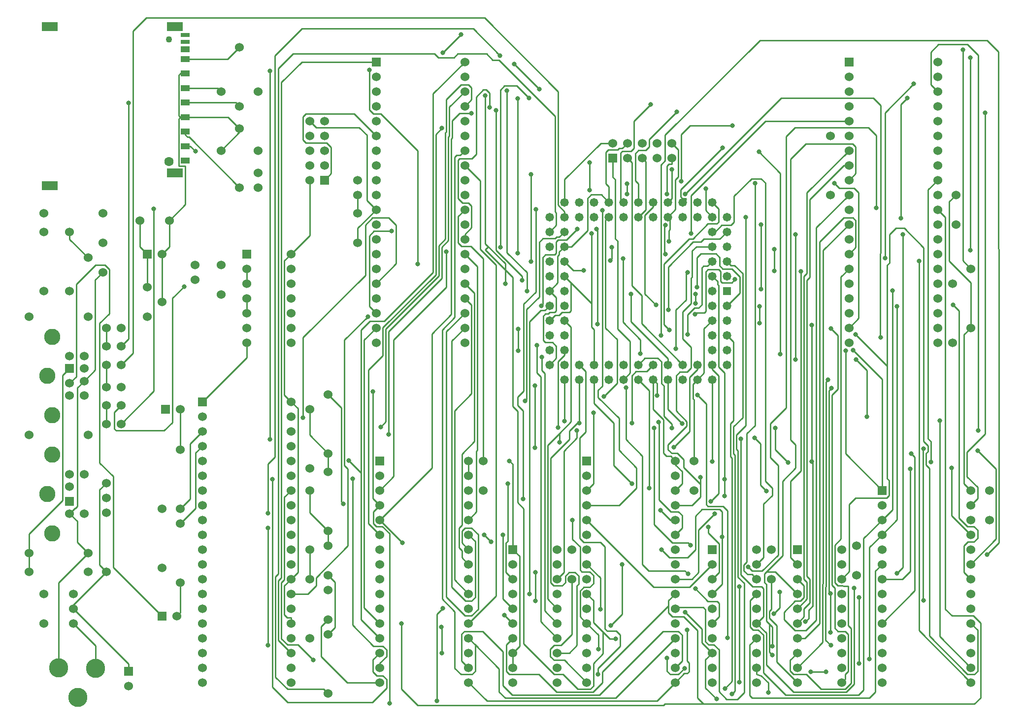
<source format=gtl>
%FSLAX24Y24*%
%MOIN*%
G70*
G01*
G75*
G04 Layer_Physical_Order=1*
G04 Layer_Color=255*
%ADD10R,0.0591X0.0276*%
%ADD11R,0.1102X0.0591*%
%ADD12R,0.0591X0.0394*%
%ADD13C,0.0100*%
%ADD14C,0.0433*%
%ADD15C,0.0630*%
%ADD16R,0.0580X0.0580*%
%ADD17C,0.0580*%
%ADD18C,0.0600*%
%ADD19R,0.0600X0.0600*%
%ADD20C,0.1102*%
%ADD21C,0.1299*%
%ADD22R,0.0600X0.0600*%
%ADD23C,0.0315*%
D10*
X11337Y45573D02*
D03*
Y45100D02*
D03*
D11*
X10628Y46124D02*
D03*
X2163D02*
D03*
Y35376D02*
D03*
X10628Y36242D02*
D03*
D12*
X11337Y37059D02*
D03*
Y38043D02*
D03*
Y39028D02*
D03*
Y40012D02*
D03*
Y40996D02*
D03*
Y41980D02*
D03*
Y42965D02*
D03*
Y43949D02*
D03*
Y44589D02*
D03*
D13*
X46005Y715D02*
X46415Y305D01*
X44045Y6935D02*
Y7295D01*
Y6475D02*
Y6935D01*
X39572Y2462D02*
X44045Y6935D01*
X46415Y305D02*
X64745D01*
X43795D02*
X46415D01*
X47655Y11585D02*
Y13295D01*
Y8405D02*
Y11585D01*
X38950Y5810D02*
X39595Y5165D01*
X40060Y4700D01*
X39595Y3695D02*
Y5165D01*
X32985Y29666D02*
Y30085D01*
Y28750D02*
Y29666D01*
X31625Y31026D02*
X32985Y29666D01*
X33483Y29169D01*
X23245Y15948D02*
Y25605D01*
Y6005D02*
Y15948D01*
X22415Y16778D02*
X23245Y15948D01*
X50675Y9245D02*
X51255D01*
X50675Y9240D02*
Y9245D01*
X50670Y9240D02*
X50675D01*
Y9245D02*
X51750Y10320D01*
X50670Y9240D02*
X50675Y9245D01*
X50545Y9115D02*
X50670Y9240D01*
X50655Y5897D02*
X50850Y5702D01*
X51050Y5502D01*
X50850Y4205D02*
Y5702D01*
Y3805D02*
Y4205D01*
X30955Y2515D02*
Y4295D01*
X30500Y4750D02*
X30955Y4295D01*
X32580Y2670D01*
X38845Y27405D02*
Y32125D01*
Y25804D02*
Y27405D01*
X37000Y29250D02*
X37445Y28805D01*
X38845Y27405D01*
X37445Y26915D02*
Y28805D01*
X11015Y40012D02*
X11337D01*
X10988D02*
X11015D01*
X10885Y39882D02*
X11015Y40012D01*
X45212Y34487D02*
X45225Y34475D01*
X45000Y34487D02*
X45212D01*
X44995D02*
X45000D01*
X11335Y38815D02*
Y39028D01*
X47845Y15502D02*
Y22685D01*
Y14375D02*
Y15502D01*
X36655Y18615D02*
X37445Y19405D01*
X35850Y17810D02*
X36655Y18615D01*
Y17994D02*
Y18615D01*
X58845Y23165D02*
Y30000D01*
Y15535D02*
Y23165D01*
X56705Y25305D02*
X58845Y23165D01*
X45055Y16305D02*
X46205Y15155D01*
Y15635D01*
Y14315D02*
Y15155D01*
X62250Y33750D02*
X62765Y33235D01*
Y6715D02*
X63225Y6255D01*
X64655D01*
X65155Y5755D01*
X46415Y305D02*
X64745D01*
X46005Y715D02*
Y5265D01*
X45065Y6205D02*
X46005Y5265D01*
X44315Y6205D02*
X45065D01*
X44045Y6475D02*
X44315Y6205D01*
X44045Y7295D02*
X44500Y7750D01*
X33050Y4300D02*
X33500Y4750D01*
X33050Y2515D02*
Y4300D01*
Y2515D02*
X33265Y2300D01*
X35265D01*
X36465Y1100D01*
X38935D01*
X39572Y1737D01*
Y2462D01*
X44045Y6935D02*
Y7295D01*
X62765Y6715D02*
Y33235D01*
X65155Y715D02*
Y5755D01*
X64745Y305D02*
X65155Y715D01*
X43695Y205D02*
X43795Y305D01*
X27065Y205D02*
X43695D01*
X25960Y1310D02*
X27065Y205D01*
X25960Y1310D02*
Y5750D01*
X58105Y33865D02*
Y38755D01*
X57565Y39295D02*
X58105Y38755D01*
X52585Y39295D02*
X57565D01*
X52005Y38715D02*
X52585Y39295D01*
X52005Y20335D02*
Y38715D01*
X50945Y19275D02*
X52005Y20335D01*
X50945Y16955D02*
Y19275D01*
Y16955D02*
X51455Y16445D01*
Y10375D02*
Y16445D01*
X50375Y9295D02*
X51455Y10375D01*
X49715Y9295D02*
X50375D01*
X49445Y9565D02*
X49715Y9295D01*
X40135Y5585D02*
X40905Y6355D01*
Y9750D01*
X32945Y6305D02*
X33500Y5750D01*
X61802Y16673D02*
Y18061D01*
X61615Y18249D02*
X61802Y18061D01*
X61615Y18249D02*
Y35115D01*
X62250Y35750D01*
X43355Y19372D02*
X43402Y19325D01*
Y14097D02*
Y19325D01*
Y14097D02*
X44200Y13300D01*
X44715D01*
X44955Y13060D01*
Y12205D02*
Y13060D01*
X44500Y11750D02*
X44955Y12205D01*
X33045Y9205D02*
X33500Y8750D01*
X33045Y9205D02*
Y11205D01*
X33155Y11315D01*
Y15205D01*
X44150Y12750D02*
X44500D01*
X43495Y13405D02*
X44150Y12750D01*
X39555Y21810D02*
Y33695D01*
X39275Y21530D02*
X39555Y21810D01*
X39275Y21037D02*
Y21530D01*
Y21037D02*
X40688Y19625D01*
Y17452D02*
Y19625D01*
Y17452D02*
X41875Y16265D01*
Y14910D02*
Y16265D01*
X40715Y13750D02*
X41875Y14910D01*
X38500Y13750D02*
X40715D01*
X28287Y38837D02*
X28705Y39255D01*
X28287Y29347D02*
Y38837D01*
X24705Y25765D02*
X28287Y29347D01*
X24705Y23880D02*
Y25765D01*
X23735Y22910D02*
X24705Y23880D01*
X23735Y12515D02*
Y22910D01*
Y12515D02*
X24500Y11750D01*
X29915Y40255D02*
X30705D01*
X29412Y39752D02*
X29915Y40255D01*
X29412Y38615D02*
Y39752D01*
X29345Y38547D02*
X29412Y38615D01*
X29345Y26652D02*
Y38547D01*
X28025Y25332D02*
X29345Y26652D01*
X28025Y16275D02*
Y25332D01*
X24500Y12750D02*
X28025Y16275D01*
X24500Y12750D02*
X26045Y11205D01*
X47000Y8750D02*
X47450Y9200D01*
Y11150D01*
X46745Y11855D02*
X47450Y11150D01*
X46745Y11855D02*
Y12255D01*
X61795Y42205D02*
X62250Y41750D01*
X61795Y42205D02*
Y44405D01*
X62315Y44925D01*
X64275D01*
X64985Y44215D01*
Y18795D02*
Y44215D01*
X47655Y8405D02*
Y11585D01*
X31550Y11750D02*
X32045Y11255D01*
X33115Y30832D02*
Y41795D01*
Y30832D02*
X34455Y29492D01*
Y28245D02*
Y29492D01*
X38500Y9750D02*
X39425Y8825D01*
Y6715D02*
Y8825D01*
X30250Y27750D02*
X30705Y27295D01*
Y21295D02*
Y27295D01*
X29559Y20149D02*
X30705Y21295D01*
X29559Y8691D02*
Y20149D01*
Y8691D02*
X30500Y7750D01*
X35025Y7255D02*
Y9200D01*
X31625Y31445D02*
X32985Y30085D01*
X31625Y31445D02*
Y41465D01*
X38950Y5810D02*
X39595Y5165D01*
X38950Y3050D02*
X39595Y3695D01*
X38950Y1515D02*
Y3050D01*
X38735Y1300D02*
X38950Y1515D01*
X37910Y1300D02*
X38735D01*
X36915Y2295D02*
X37910Y1300D01*
X36305Y2295D02*
X36915D01*
X34245Y4355D02*
X36305Y2295D01*
X34245Y4355D02*
Y13515D01*
X33825Y13935D02*
X34245Y13515D01*
X33825Y13935D02*
Y20090D01*
X33483Y20432D02*
X33825Y20090D01*
X33483Y20432D02*
Y29169D01*
X31625Y31026D02*
X31834Y31236D01*
X31625Y31445D02*
X31834Y31236D01*
X24050Y13300D02*
X24500Y13750D01*
X24050Y12515D02*
Y13300D01*
Y12515D02*
X24265Y12300D01*
X24667D01*
X25150Y11817D01*
Y344D02*
Y11817D01*
X46545Y1375D02*
X47295Y625D01*
X46545Y1375D02*
Y3295D01*
X47000Y3750D01*
X32665Y31205D02*
Y41845D01*
X32945Y42125D01*
X33755D01*
X34583Y41297D01*
X38050Y6200D02*
X38500Y5750D01*
X38050Y6200D02*
Y7940D01*
X38315Y8205D01*
X38715D01*
X38950Y8440D01*
Y9010D01*
X38715Y9245D02*
X38950Y9010D01*
X38165Y9245D02*
X38715D01*
X38050Y9360D02*
X38165Y9245D01*
X38050Y9360D02*
Y10917D01*
X37535Y11432D02*
X38050Y10917D01*
X37535Y11432D02*
Y12750D01*
X44715Y2295D02*
X45125Y2705D01*
X44165Y2295D02*
X44715D01*
X43945Y2515D02*
X44165Y2295D01*
X43945Y2515D02*
Y3405D01*
X39285Y4005D02*
Y4965D01*
X38500Y5750D02*
X39285Y4965D01*
X40795Y34455D02*
X41000Y34250D01*
X40795Y34455D02*
Y37580D01*
X40915Y37700D01*
X41490D01*
X41705Y37915D01*
Y39745D01*
X42835Y40875D01*
X30250Y31750D02*
Y32075D01*
X30705Y32530D01*
Y34015D01*
X30515Y34205D02*
X30705Y34015D01*
X30105Y34205D02*
X30515D01*
X29795Y34515D02*
X30105Y34205D01*
X29795Y34515D02*
Y37085D01*
X29915Y37205D01*
X30725D01*
X31035Y37515D01*
Y41375D01*
X31515Y41855D01*
X31715D01*
X31935Y41635D01*
Y40675D02*
Y41635D01*
X45555Y32125D02*
Y34695D01*
X50610Y39750D01*
X56250D01*
X47507Y31757D02*
X48000Y32250D01*
X46432Y31757D02*
X47507D01*
X46232Y31557D02*
X46432Y31757D01*
X45707Y31557D02*
X46232D01*
X44025Y29875D02*
X45707Y31557D01*
X44025Y26955D02*
Y29875D01*
X46681Y29931D02*
X47000Y30250D01*
X46411Y29931D02*
X46681D01*
X46295Y29815D02*
X46411Y29931D01*
X46295Y27315D02*
Y29815D01*
X46077Y27097D02*
X46295Y27315D01*
X45810Y27097D02*
X46077D01*
X45336Y26624D02*
X45810Y27097D01*
X45336Y25305D02*
Y26624D01*
X39245Y26015D02*
Y32345D01*
X39155Y32435D02*
X39245Y32345D01*
X37130Y31690D02*
X37875Y32435D01*
X36565Y31690D02*
X37130D01*
X36440Y31565D02*
X36565Y31690D01*
X36440Y30815D02*
Y31565D01*
X36320Y30695D02*
X36440Y30815D01*
X35715Y30695D02*
X36320D01*
X35535Y30515D02*
X35715Y30695D01*
X35535Y27335D02*
Y30515D01*
X35445Y27245D02*
X35535Y27335D01*
X33875Y24195D02*
Y25675D01*
X47850Y1332D02*
X48335Y1817D01*
Y16940D01*
X48237Y17037D02*
X48335Y16940D01*
X48237Y17037D02*
Y19252D01*
X48445Y19460D01*
Y24805D01*
X48000Y25250D02*
X48445Y24805D01*
X9205Y21455D02*
Y33794D01*
X7000Y19250D02*
X9205Y21455D01*
X39665Y21105D02*
X40555Y21995D01*
Y24955D01*
X39768Y25742D02*
X40555Y24955D01*
X39768Y25742D02*
Y33018D01*
X40000Y33250D01*
X38685Y35075D02*
Y36945D01*
X7485Y24985D02*
Y40965D01*
X7000Y24500D02*
X7485Y24985D01*
X6545Y20045D02*
X7000Y20500D01*
X6545Y18915D02*
Y20045D01*
Y18915D02*
X6665Y18795D01*
X9915D01*
X10465Y19345D01*
Y27755D01*
X11255Y28545D01*
X48000Y27250D02*
X48855Y28105D01*
Y29215D01*
X48325Y29745D02*
X48855Y29215D01*
X47715Y29745D02*
X48325D01*
X47505Y29955D02*
X47715Y29745D01*
X47505Y29955D02*
Y30515D01*
X47265Y30755D02*
X47505Y30515D01*
X46235Y30755D02*
X47265D01*
X45965Y30485D02*
X46235Y30755D01*
X45965Y28495D02*
Y30485D01*
X23245Y6005D02*
X24500Y4750D01*
X23245Y25605D02*
X23845Y26205D01*
X24805D01*
X28087Y29487D01*
Y41587D01*
X30250Y43750D01*
X23245Y6005D02*
Y15948D01*
X17055Y18195D02*
Y43145D01*
X52265Y3265D02*
X52750Y3750D01*
X52265Y2545D02*
Y3265D01*
Y2545D02*
X52515Y2295D01*
X53361D01*
X54356Y1300D01*
X55985D01*
X56400Y1715D01*
Y5400D01*
X56200Y5600D02*
X56400Y5400D01*
X56200Y5600D02*
Y8259D01*
X55515Y8300D02*
X56200Y8259D01*
X55300Y8515D02*
X55515Y8300D01*
X55300Y8515D02*
Y11040D01*
X55712Y11452D01*
Y29212D01*
X56250Y29750D01*
X17245Y1429D02*
Y15495D01*
Y1429D02*
X18259Y415D01*
X24005D01*
X24950Y1360D01*
Y1970D01*
X24715Y2205D02*
X24950Y1970D01*
X24315Y2205D02*
X24715D01*
X24045Y2475D02*
X24315Y2205D01*
X24045Y2475D02*
Y3295D01*
X24500Y3750D01*
X25105Y18537D02*
Y25509D01*
X28687Y29092D01*
Y31205D01*
X29145Y31662D01*
Y38680D01*
X29212Y38747D01*
Y40712D01*
X30250Y41750D01*
X33585Y43595D02*
X35295Y41885D01*
X59765Y40875D02*
X60205Y41315D01*
X59765Y33175D02*
Y40875D01*
X24500Y2750D02*
Y3065D01*
X24950Y3515D01*
Y3965D01*
X24715Y4200D02*
X24950Y3965D01*
X24080Y4200D02*
X24715D01*
X22655Y5625D02*
X24080Y4200D01*
X22655Y5625D02*
Y15545D01*
X30250Y40750D02*
X30705Y41205D01*
Y42015D01*
X30515Y42205D02*
X30705Y42015D01*
X30005Y42205D02*
X30515D01*
X29012Y41212D02*
X30005Y42205D01*
X29012Y39032D02*
Y41212D01*
X28925Y38945D02*
X29012Y39032D01*
X28925Y31752D02*
Y38945D01*
X28487Y31315D02*
X28925Y31752D01*
X28487Y29265D02*
Y31315D01*
X24905Y25682D02*
X28487Y29265D01*
X24905Y19395D02*
Y25682D01*
X24555Y19045D02*
X24905Y19395D01*
X18045Y14295D02*
X18500Y14750D01*
X18045Y8695D02*
Y14295D01*
X17845Y8495D02*
X18045Y8695D01*
X17845Y4715D02*
Y8495D01*
Y4715D02*
X18265Y4295D01*
X18955D01*
X19995Y3255D01*
X55897Y36750D02*
X56250D01*
X53595Y34448D02*
X55897Y36750D01*
X53595Y29169D02*
Y34448D01*
X53400Y28974D02*
X53595Y29169D01*
X53400Y8950D02*
Y28974D01*
Y8950D02*
X53600Y8750D01*
Y7129D02*
Y8750D01*
X53200Y6729D02*
X53600Y7129D01*
X53200Y6200D02*
Y6729D01*
X52750Y5750D02*
X53200Y6200D01*
X44500Y1750D02*
X45110Y2360D01*
X45315D01*
X45432Y2477D01*
Y3055D01*
X45285Y3202D02*
X45432Y3055D01*
X45285Y3202D02*
Y5295D01*
X16935Y4255D02*
Y12185D01*
X52750Y6750D02*
X53400Y7400D01*
Y8550D01*
X53200Y8750D02*
X53400Y8550D01*
X53200Y8750D02*
Y29247D01*
X53395Y29442D01*
Y34895D01*
X56250Y37750D01*
X30825Y45985D02*
X32635Y44175D01*
X19225Y45985D02*
X30825D01*
X17395Y44155D02*
X19225Y45985D01*
X17395Y17005D02*
Y44155D01*
X16935Y16545D02*
X17395Y17005D01*
X16935Y13205D02*
Y16545D01*
X56250Y35750D02*
X56705Y36205D01*
Y38015D01*
X56515Y38205D02*
X56705Y38015D01*
X53345Y38205D02*
X56515D01*
X52295Y37155D02*
X53345Y38205D01*
X52295Y18180D02*
Y37155D01*
Y18180D02*
X52642Y17832D01*
Y16255D02*
Y17832D01*
X51750Y15362D02*
X52642Y16255D01*
X51750Y10320D02*
Y15362D01*
X50545Y8515D02*
X50655Y8405D01*
X51050Y4205D02*
Y5502D01*
X51255Y9245D02*
X52750Y7750D01*
X50545Y9115D02*
X50670Y9240D01*
X50545Y8515D02*
Y9115D01*
X50655Y5897D02*
Y8405D01*
Y5897D02*
X50850Y5702D01*
Y3805D02*
X51050Y3605D01*
X29937Y37437D02*
X30250Y37750D01*
X29697Y37437D02*
X29937D01*
X29575Y37315D02*
X29697Y37437D01*
X29575Y26455D02*
Y37315D01*
X28735Y25615D02*
X29575Y26455D01*
X28735Y7390D02*
Y25615D01*
Y7390D02*
X29575Y6550D01*
Y2715D02*
Y6550D01*
Y2715D02*
X29995Y2295D01*
X30735D01*
X30955Y2515D01*
X30500Y4750D02*
X30955Y4295D01*
X52750Y8750D02*
X53200Y8300D01*
Y7505D02*
Y8300D01*
X52950Y7255D02*
X53200Y7505D01*
X52595Y7255D02*
X52950D01*
X51850Y6510D02*
X52595Y7255D01*
X51850Y6000D02*
Y6510D01*
Y6000D02*
X52595Y5255D01*
X53321D01*
X54045Y5979D01*
Y32545D01*
X56250Y34750D01*
X52995Y16080D02*
Y29555D01*
X52295Y15380D02*
X52995Y16080D01*
X52295Y10205D02*
Y15380D01*
Y10205D02*
X52750Y9750D01*
X46000Y22250D02*
X46445Y22695D01*
Y25695D01*
X47000Y26250D01*
X23000Y32500D02*
X24250Y33750D01*
X23000Y31500D02*
Y32500D01*
X45750Y16750D02*
Y20887D01*
X45687Y20950D02*
X45750Y20887D01*
X45687Y20950D02*
Y21937D01*
X46000Y22250D01*
X39000Y23250D02*
Y25649D01*
X38845Y25804D02*
Y27405D01*
Y25804D02*
X39000Y25649D01*
X44075Y31605D02*
Y32338D01*
X44132Y32395D01*
Y33118D01*
X44000Y33250D02*
X44132Y33118D01*
X51357Y3143D02*
X52750Y1750D01*
X51357Y3143D02*
Y5597D01*
X50857Y6097D02*
X51357Y5597D01*
X50857Y6097D02*
Y6570D01*
X51000Y6712D01*
Y8750D01*
X2750Y2750D02*
Y8500D01*
X4750Y10500D01*
X11337Y40012D02*
X14238D01*
X15000Y39250D01*
Y39000D02*
Y39250D01*
X13750Y37750D02*
X15000Y39000D01*
X21000Y21250D02*
X21907Y20343D01*
Y13972D02*
Y20343D01*
Y13972D02*
X22035Y13845D01*
X10250Y31250D02*
Y33000D01*
X9750Y30750D02*
X10250Y31250D01*
X4500Y22150D02*
X5245Y22895D01*
Y28995D01*
X5750Y29500D01*
X45000Y34250D02*
X45225Y34475D01*
X44867Y34615D02*
X44995Y34487D01*
X44867Y34615D02*
Y35105D01*
X47711Y37949D01*
X11337Y43949D02*
X14199D01*
X15000Y44750D01*
X11337Y40996D02*
X14754D01*
X15000Y40750D01*
X8250Y31250D02*
Y33000D01*
Y31250D02*
X8750Y30750D01*
X11000Y6500D02*
Y8500D01*
X10750Y6250D02*
X11000Y6500D01*
X19750Y18500D02*
Y20250D01*
Y18500D02*
X21000Y17250D01*
X19750Y13250D02*
Y14750D01*
Y13250D02*
X21000Y12000D01*
X11665Y17915D02*
X12500Y18750D01*
X11665Y14165D02*
Y17915D01*
X11000Y13500D02*
X11665Y14165D01*
X3500Y31750D02*
Y32250D01*
Y31750D02*
X4750Y30500D01*
X11337Y41980D02*
X13520D01*
X13750Y41750D01*
X46000Y22925D02*
Y23250D01*
X45472Y22397D02*
X46000Y22925D01*
X45472Y18732D02*
Y22397D01*
X44395Y17655D02*
X45472Y18732D01*
X49255Y19132D02*
Y33225D01*
X48637Y18515D02*
X49255Y19132D01*
X48637Y17535D02*
Y18515D01*
Y17535D02*
X48735Y17437D01*
Y8875D02*
Y17437D01*
Y8875D02*
X49152Y8457D01*
Y1052D02*
Y8457D01*
X48715Y615D02*
X49152Y1052D01*
X47975Y615D02*
X48715D01*
X47455Y1135D02*
X47975Y615D01*
X47455Y1135D02*
Y3955D01*
X47115Y4295D02*
X47455Y3955D01*
X46765Y4295D02*
X47115D01*
X46545Y4515D02*
X46765Y4295D01*
X46545Y4515D02*
Y6675D01*
X46395Y6825D02*
X46545Y6675D01*
X44575Y6825D02*
X46395D01*
X44500Y6750D02*
X44575Y6825D01*
X47845Y15502D02*
Y22685D01*
X47445Y23085D02*
Y28610D01*
X47354Y28701D02*
X47445Y28610D01*
X24500Y14750D02*
X25445Y15695D01*
Y24949D01*
X28995Y28499D01*
Y30895D01*
X28355Y6355D02*
X28755Y6755D01*
X28355Y515D02*
Y6355D01*
X48337Y981D02*
X48535Y1179D01*
Y17140D01*
X48437Y17237D02*
X48535Y17140D01*
X48437Y17237D02*
Y19052D01*
X49055Y19670D01*
Y29441D01*
X48515Y29981D02*
X49055Y29441D01*
X48269Y29981D02*
X48515D01*
X48000Y30250D02*
X48269Y29981D01*
X19225Y43750D02*
X24250D01*
X17845Y42370D02*
X19225Y43750D01*
X17845Y8843D02*
Y42370D01*
X17645Y8643D02*
X17845Y8843D01*
X17645Y4605D02*
Y8643D01*
Y4605D02*
X18500Y3750D01*
X63955Y30295D02*
X64500Y29750D01*
X63955Y30295D02*
Y44575D01*
X3510Y21990D02*
X3965Y22445D01*
Y28715D01*
X5255Y30005D01*
X5915D01*
X6205Y29715D01*
Y26715D02*
Y29715D01*
X5545Y26055D02*
X6205Y26715D01*
X5545Y16615D02*
Y26055D01*
Y16615D02*
X6455Y15705D01*
Y9545D02*
Y15705D01*
Y9545D02*
X9750Y6250D01*
X47000Y34250D02*
X47445Y33805D01*
Y32915D02*
Y33805D01*
X47315Y32785D02*
X47445Y32915D01*
X46715Y32785D02*
X47315D01*
X45695Y31765D02*
X46715Y32785D01*
X45423Y31765D02*
X45695D01*
X43717Y30059D02*
X45423Y31765D01*
X43717Y25982D02*
Y30059D01*
Y25982D02*
X44105Y25595D01*
X42232Y26018D02*
X45000Y23250D01*
X42232Y26018D02*
Y27923D01*
X41555Y28600D02*
X42232Y27923D01*
X41555Y28600D02*
Y36945D01*
X41250Y37250D02*
X41555Y36945D01*
X42000Y33250D02*
X42485Y33735D01*
Y37015D01*
X42250Y37250D02*
X42485Y37015D01*
X37857Y19310D02*
X38000D01*
X37330Y18783D02*
X37857Y19310D01*
X37330Y18202D02*
Y18783D01*
X36050Y16922D02*
X37330Y18202D01*
X36050Y8515D02*
Y16922D01*
Y8515D02*
X36265Y8300D01*
X36835D01*
X37050Y8515D01*
Y8940D01*
X37315Y9205D01*
X37715D01*
X37955Y8965D01*
Y8415D02*
Y8965D01*
X37845Y8305D02*
X37955Y8415D01*
X37845Y4255D02*
Y8305D01*
X37340Y3750D02*
X37845Y4255D01*
X36500Y3750D02*
X37340D01*
X45365Y11205D02*
X45535Y11035D01*
X44295Y11205D02*
X45365D01*
X43065Y12435D02*
X44295Y11205D01*
X43065Y12435D02*
Y18975D01*
X38000Y19310D02*
Y22250D01*
X64500Y9750D02*
X66205Y11455D01*
Y16185D01*
X64955Y17435D02*
X66205Y16185D01*
X51255Y17515D02*
X52135Y16635D01*
X51255Y17515D02*
Y18962D01*
X36555Y18995D02*
Y23465D01*
X37000Y23910D01*
Y24250D01*
X35145Y22685D02*
Y24555D01*
Y22685D02*
X35395Y22435D01*
Y5855D02*
Y22435D01*
Y5855D02*
X36500Y4750D01*
X65605Y10415D02*
X66405Y11215D01*
Y17945D01*
X66355Y44445D02*
X66405Y17945D01*
X65585Y45215D02*
X66355Y44445D01*
X50225Y45215D02*
X65585D01*
X43794Y38784D02*
X50225Y45215D01*
X43794Y37059D02*
Y38784D01*
X43517Y36782D02*
X43794Y37059D01*
X43517Y25250D02*
Y36782D01*
X37000Y26250D02*
X37445Y25805D01*
X35850Y7400D02*
Y17810D01*
Y7400D02*
X36500Y6750D01*
X56025Y17225D02*
X58500Y14750D01*
X56025Y17225D02*
Y24195D01*
X51605Y23965D02*
Y36205D01*
X50155Y37655D02*
X51605Y36205D01*
X45515Y39435D02*
X48375D01*
X44915Y38835D02*
X45515Y39435D01*
X44915Y35655D02*
Y38835D01*
X41245Y34795D02*
Y35515D01*
X43765Y32645D02*
X43825Y32705D01*
X43765Y30805D02*
Y32645D01*
Y30805D02*
X43825Y30745D01*
X40205Y30425D02*
Y31215D01*
X40085Y30305D02*
X40205Y30425D01*
X37615Y29635D02*
X38305D01*
X37000Y30250D02*
X37615Y29635D01*
X36500Y8750D02*
X36955Y9205D01*
Y17405D01*
X37845Y18295D01*
Y18785D01*
X56525Y24245D02*
X58500Y22270D01*
Y14750D02*
Y22270D01*
X34735Y30250D02*
Y36135D01*
X49905Y19150D02*
Y35525D01*
X49347Y18592D02*
X49905Y19150D01*
X49347Y9912D02*
Y18592D01*
X49135Y9700D02*
X49347Y9912D01*
X49135Y9315D02*
Y9700D01*
Y9315D02*
X49392Y9058D01*
X49692D01*
X50000Y8750D01*
Y5750D02*
X50455Y6205D01*
Y8115D01*
X50335Y8235D02*
X50455Y8115D01*
X49738Y8235D02*
X50335D01*
X48935Y9038D02*
X49738Y8235D01*
X48935Y9038D02*
Y18215D01*
X48945Y18225D01*
X35015Y17635D02*
Y21845D01*
X53315Y5855D02*
X53525Y6065D01*
Y6645D01*
X53805Y6925D01*
Y16645D01*
X53735Y16715D02*
X53805Y16645D01*
X59873Y8750D02*
X60395Y9272D01*
X58500Y8750D02*
X59873D01*
X53725Y25945D02*
X53735Y25935D01*
Y16715D02*
Y25935D01*
X60395Y9272D02*
Y16205D01*
X38000Y23250D02*
X38445Y22805D01*
Y18685D02*
Y22805D01*
X38045Y18285D02*
X38445Y18685D01*
X38045Y11505D02*
Y18285D01*
Y11505D02*
X38315Y11235D01*
X39449D01*
X39735Y10949D01*
Y5375D02*
Y10949D01*
Y5375D02*
X39885Y5225D01*
X40515D01*
X40775Y4965D01*
Y4215D02*
Y4965D01*
X39265Y2705D02*
X40775Y4215D01*
X39265Y2295D02*
Y2705D01*
X50000Y2315D02*
Y2750D01*
Y2315D02*
X50315Y2205D01*
X50785Y1735D01*
Y1065D02*
Y1735D01*
X41155Y18185D02*
Y21705D01*
Y18185D02*
X42265Y17075D01*
Y9745D02*
Y17075D01*
Y9745D02*
X42715Y9295D01*
X45145D01*
X45355Y9085D01*
X48845Y1755D02*
Y8235D01*
X47000Y22935D02*
Y23250D01*
Y22935D02*
X47445Y22490D01*
Y14535D02*
Y22490D01*
X46915Y14005D02*
X47445Y14535D01*
X60455Y17235D02*
X60705Y16985D01*
Y7955D02*
Y16985D01*
X58500Y5750D02*
X60705Y7955D01*
X33500Y10750D02*
Y14140D01*
X33495Y16525D02*
X33500Y14140D01*
X33270Y16750D02*
X33495Y16525D01*
X18500Y5750D02*
Y6149D01*
X18245D02*
X18500D01*
X18045Y6349D02*
X18245Y6149D01*
X18045Y6349D02*
Y8295D01*
X18500Y8750D01*
Y20750D02*
X18955Y20295D01*
Y9205D02*
Y20295D01*
X18500Y8750D02*
X18955Y9205D01*
X31500Y16750D02*
Y30450D01*
X30675Y31275D02*
X31500Y30450D01*
X30035Y31275D02*
X30675D01*
X29795Y31515D02*
X30035Y31275D01*
X29795Y31515D02*
Y33295D01*
X30250Y33750D01*
X43000Y22250D02*
X43260Y21990D01*
Y21180D02*
Y21990D01*
X46555Y33695D02*
Y35175D01*
Y33695D02*
X47000Y33250D01*
X44500Y16480D02*
Y16750D01*
Y16480D02*
X44955Y16025D01*
Y15205D02*
Y16025D01*
X44500Y14750D02*
X44955Y15205D01*
X44000Y20220D02*
Y22250D01*
Y20220D02*
X44965Y19255D01*
X54700Y22103D02*
X54820Y22222D01*
X54700Y8238D02*
Y22103D01*
X54677Y8216D02*
X54700Y8238D01*
X54677Y4610D02*
Y8216D01*
Y4610D02*
X55032Y4255D01*
X56925Y3050D02*
Y7515D01*
X59505Y9125D02*
X59915Y9535D01*
Y32075D01*
X51185Y29585D02*
Y31065D01*
X48325Y28805D02*
X48545Y29025D01*
X47670Y28805D02*
X48325D01*
X47560Y28915D02*
X47670Y28805D01*
X47560Y28915D02*
Y29565D01*
X47430Y29695D02*
X47560Y29565D01*
X46715Y29695D02*
X47430D01*
X46555Y29535D02*
X46715Y29695D01*
X46555Y26875D02*
Y29535D01*
X46455Y26775D02*
X46555Y26875D01*
X45945Y26775D02*
X46455D01*
X45835Y26665D02*
X45945Y26775D01*
X45865Y27405D02*
Y28025D01*
X41515Y26155D02*
Y28025D01*
Y26155D02*
X44000Y23670D01*
Y23250D02*
Y23670D01*
X55750Y1750D02*
X55990Y1990D01*
Y2289D01*
X56200Y2498D01*
Y5015D01*
X56015Y5200D02*
X56200Y5015D01*
X55515Y5200D02*
X56015D01*
X55296Y5419D02*
X55515Y5200D01*
X55296Y5419D02*
Y8131D01*
X55100Y8327D02*
X55296Y8131D01*
X55100Y8327D02*
Y21193D01*
X55512Y21605D01*
Y25232D01*
X55040Y25705D02*
X55512Y25232D01*
X60985Y5265D02*
X64500Y1750D01*
X60985Y5265D02*
Y30255D01*
X45225Y29395D02*
X45335Y29505D01*
X45225Y27632D02*
Y29395D01*
X44545Y26952D02*
X45225Y27632D01*
X44545Y24345D02*
Y26952D01*
X62385Y4865D02*
X64500Y2750D01*
X62385Y4865D02*
Y19455D01*
X57465Y19745D02*
Y22865D01*
X56745Y23585D02*
X57465Y22865D01*
X52645Y23585D02*
Y32055D01*
X40955Y26125D02*
Y30435D01*
Y26125D02*
X42135Y24945D01*
Y23995D02*
Y24945D01*
X61255Y7335D02*
X61295Y7295D01*
X61255Y7335D02*
Y17515D01*
X61295Y17555D01*
X42745Y14905D02*
Y21505D01*
X42000Y22250D02*
X42745Y21505D01*
X54900Y7840D02*
X54985Y7755D01*
X54900Y7840D02*
Y21490D01*
X55081Y21671D01*
X44275Y18955D02*
Y19244D01*
X43745Y19774D02*
X44275Y19244D01*
X43745Y19774D02*
Y21815D01*
X43555Y22005D02*
X43745Y21815D01*
X43555Y22005D02*
Y23455D01*
X43315Y23695D02*
X43555Y23455D01*
X42445Y23695D02*
X43315D01*
X42000Y23250D02*
X42445Y23695D01*
X54985Y5125D02*
Y7755D01*
X56255Y9255D02*
Y13785D01*
X56715Y14245D01*
X58815D02*
X58955Y14385D01*
Y15425D01*
X58845Y15535D02*
X58955Y15425D01*
X58845Y15535D02*
Y23165D01*
X41555Y19315D02*
Y22515D01*
X41845Y22805D01*
X42555D01*
X43000Y23250D01*
X39000Y20640D02*
Y22250D01*
Y20640D02*
X40335Y19305D01*
Y16445D02*
Y19305D01*
Y16445D02*
X41565Y15215D01*
X34135Y28965D02*
Y29235D01*
X32355Y31015D02*
X34135Y29235D01*
X32355Y31015D02*
Y40455D01*
X65465Y18558D02*
Y40295D01*
X64247Y17340D02*
X65465Y18558D01*
X64247Y15672D02*
Y17340D01*
Y15672D02*
X64950Y14970D01*
Y14200D02*
Y14970D01*
X64500Y13750D02*
X64950Y14200D01*
X58375Y25125D02*
X58415Y25085D01*
X58375Y25125D02*
Y30762D01*
X58415Y30802D01*
Y40795D01*
X57915Y41295D02*
X58415Y40795D01*
X51675Y41295D02*
X57915D01*
X45175Y34795D02*
X51675Y41295D01*
X11677Y38043D02*
X12035Y37685D01*
X11337Y38043D02*
X11677D01*
X30500Y1750D02*
X31750Y500D01*
X43250D01*
X44500Y1750D01*
X45640Y13750D02*
X46205Y14315D01*
Y15155D01*
X45055Y16305D02*
Y16831D01*
X44632Y17255D02*
X45055Y16831D01*
X44275Y17255D02*
X44632D01*
X44015Y17515D02*
X44275Y17255D01*
X44015Y17515D02*
Y17845D01*
X45272Y19102D01*
Y19409D01*
X44555Y20127D02*
X45272Y19409D01*
X44555Y20127D02*
Y22515D01*
X44795Y22755D01*
X45290D01*
X45555Y23019D01*
Y24430D01*
X44987Y24997D02*
X45555Y24430D01*
X44987Y24997D02*
Y26835D01*
X45555Y27402D01*
Y29112D01*
X45642Y29200D01*
Y30952D01*
X45940Y31250D01*
X47000D01*
X44500Y13750D02*
X45640D01*
X23795Y27205D02*
X24250Y26750D01*
X23795Y27205D02*
Y31975D01*
X24115Y32295D01*
X25295D01*
X47000Y32250D02*
X47200D01*
X47645Y32695D01*
X48255D01*
X48475Y32915D01*
Y34665D01*
X49655Y35845D01*
X50315D01*
X50595Y35565D01*
Y15360D02*
Y35565D01*
Y15360D02*
X51062Y14892D01*
Y14415D02*
Y14892D01*
X50465Y13817D02*
X51062Y14415D01*
X50465Y10215D02*
Y13817D01*
X50000Y9750D02*
X50465Y10215D01*
X58045Y9295D02*
X58500Y9750D01*
X58045Y1115D02*
Y9295D01*
X57630Y700D02*
X58045Y1115D01*
X49710Y700D02*
X57630D01*
X49545Y865D02*
X49710Y700D01*
X49545Y865D02*
Y4295D01*
X50000Y4750D01*
X45995Y21195D02*
X46605Y20585D01*
Y13785D02*
Y20585D01*
Y13785D02*
X46715Y13675D01*
X47725D01*
X48025Y13375D01*
Y4755D02*
Y13375D01*
X63205Y13045D02*
X64500Y11750D01*
X63205Y13045D02*
Y16255D01*
X50255Y15085D02*
X50655Y14685D01*
X50255Y15085D02*
Y17885D01*
X49855Y18285D02*
X50255Y17885D01*
X36655Y18615D02*
X37445Y19405D01*
Y25805D01*
X20705Y1295D02*
X21000Y1000D01*
X18265Y1295D02*
X20705D01*
X17445Y2115D02*
X18265Y1295D01*
X17445Y2115D02*
Y8895D01*
X17645Y9095D01*
Y43305D01*
X18625Y44285D01*
X28212D01*
X28450Y44047D01*
X29538D01*
X29775Y44285D01*
X31726D01*
X32147Y43863D01*
X32569D01*
X36360Y40072D01*
Y33610D02*
Y40072D01*
Y33610D02*
X36445Y33525D01*
Y32695D02*
Y33525D01*
X36000Y32250D02*
X36445Y32695D01*
X35055Y28168D02*
Y33755D01*
X34242Y27356D02*
X35055Y28168D01*
X34242Y21467D02*
Y27356D01*
X33827Y21052D02*
X34242Y21467D01*
X33827Y20487D02*
Y21052D01*
Y20487D02*
X34195Y20120D01*
Y14155D02*
Y20120D01*
X50285Y28355D02*
Y32725D01*
X7000Y23250D02*
X7795Y24045D01*
Y45835D01*
X8685Y46725D01*
X31583D01*
X36560Y41748D01*
Y34055D02*
Y41748D01*
Y34055D02*
X37000Y33615D01*
Y33250D02*
Y33615D01*
X51165Y6405D02*
X51565Y6805D01*
Y7875D01*
X52750Y2750D02*
X54477Y4477D01*
Y8416D01*
X54500Y8438D01*
Y31000D01*
X56250Y32750D01*
Y30750D02*
X56705Y31205D01*
Y33015D01*
X56520Y33200D02*
X56705Y33015D01*
X55915Y33200D02*
X56520D01*
X54277Y31563D02*
X55915Y33200D01*
X54277Y5749D02*
Y31563D01*
X53278Y4750D02*
X54277Y5749D01*
X52750Y4750D02*
X53278D01*
X45865Y8095D02*
X46715Y7245D01*
X47325D01*
X47455Y7115D01*
Y6205D02*
Y7115D01*
X47000Y5750D02*
X47455Y6205D01*
X18500Y7750D02*
X19640D01*
X20205Y8315D01*
Y8845D01*
X22345Y10985D01*
Y16187D01*
X22107Y16425D02*
X22345Y16187D01*
X22107Y16425D02*
Y24917D01*
X23695Y26505D01*
X22755Y40245D02*
X24250Y38750D01*
X19515Y40245D02*
X22755D01*
X19295Y40025D02*
X19515Y40245D01*
X19295Y38475D02*
Y40025D01*
Y38475D02*
X19515Y38255D01*
X20915D01*
X21205Y37965D01*
Y36205D02*
Y37965D01*
X20750Y35750D02*
X21205Y36205D01*
X23445Y6805D02*
X24500Y5750D01*
X23445Y6805D02*
Y24945D01*
X24250Y25750D01*
X28665Y5515D02*
X28715Y5465D01*
Y3750D02*
Y5465D01*
X47000Y29250D02*
X47354Y28896D01*
Y28701D02*
Y28896D01*
X47445Y23085D02*
X47845Y22685D01*
X46064Y12064D02*
X47155Y13155D01*
X46064Y9197D02*
Y12064D01*
X45617Y8750D02*
X46064Y9197D01*
X44500Y8750D02*
X45617D01*
X43580Y10750D02*
X44115Y10215D01*
X45344D01*
X45864Y10735D01*
Y13014D01*
X46315Y13465D01*
X47485D01*
X47655Y13295D01*
X47000Y7750D02*
X47655Y8405D01*
X37000Y19440D02*
Y22250D01*
X63305Y27315D02*
X63705Y26915D01*
Y12855D02*
Y26915D01*
Y12855D02*
X64265Y12295D01*
X64715D01*
X64955Y12055D01*
Y11495D02*
Y12055D01*
X64715Y11255D02*
X64955Y11495D01*
X64315Y11255D02*
X64715D01*
X64045Y10985D02*
X64315Y11255D01*
X64045Y9205D02*
Y10985D01*
Y9205D02*
X64500Y8750D01*
X38955Y15205D02*
Y20005D01*
X38500Y14750D02*
X38955Y15205D01*
X50215Y26065D02*
Y27205D01*
X59505Y12755D02*
Y27205D01*
X58500Y11750D02*
X59505Y12755D01*
X40060Y4700D02*
X40460D01*
X38950Y5810D02*
Y7300D01*
X38500Y7750D02*
X38950Y7300D01*
X53665Y2465D02*
X54705D01*
X57645Y3325D02*
Y10895D01*
X58500Y11750D01*
X57245Y11495D02*
X58500Y12750D01*
X57245Y1241D02*
Y11495D01*
X56904Y900D02*
X57245Y1241D01*
X51950Y900D02*
X56904D01*
X50450Y2400D02*
X51950Y900D01*
X50450Y2400D02*
Y4965D01*
X50115Y5300D02*
X50450Y4965D01*
X49765Y5300D02*
X50115D01*
X49550Y5515D02*
X49765Y5300D01*
X49550Y5515D02*
Y7300D01*
X50000Y7750D01*
X58500Y12750D02*
X59195Y13445D01*
Y28255D01*
X43000Y33920D02*
Y34250D01*
X42445Y33365D02*
X43000Y33920D01*
X42445Y28045D02*
Y33365D01*
Y28045D02*
X43195Y27295D01*
X40250Y35975D02*
Y37250D01*
Y35975D02*
X40445Y35780D01*
Y31783D02*
Y35780D01*
Y31783D02*
X40606Y31622D01*
Y25664D02*
Y31622D01*
Y25664D02*
X41445Y24825D01*
Y22695D02*
Y24825D01*
X41000Y22250D02*
X41445Y22695D01*
X43925Y34795D02*
Y36715D01*
X44050Y36840D01*
X44250D01*
Y37250D01*
X56250Y25750D02*
X56905Y26405D01*
Y34915D01*
X56615Y35205D02*
X56905Y34915D01*
X55605Y35205D02*
X56615D01*
X55265Y35545D02*
X55605Y35205D01*
X44259Y34509D02*
Y36475D01*
X44000Y34250D02*
X44259Y34509D01*
X44000Y33250D02*
X44505Y33755D01*
Y35762D01*
X44705Y35962D01*
Y37795D01*
X44250Y38250D02*
X44705Y37795D01*
X28755Y44355D02*
X29985Y45585D01*
X58685Y40295D02*
X60645Y42255D01*
X58685Y30455D02*
Y40295D01*
X33825Y30795D02*
Y41275D01*
X55750Y8750D02*
X56255Y9255D01*
X56715Y14245D02*
X58815D01*
X58845Y30000D02*
X58992Y30147D01*
Y32062D01*
X59425Y32495D01*
X59985D01*
X61305Y31175D01*
Y18075D02*
Y31175D01*
Y18075D02*
X61602Y17777D01*
Y17392D02*
Y17777D01*
X61455Y17245D02*
X61602Y17392D01*
X61455Y16465D02*
Y17245D01*
Y16465D02*
X61685Y16235D01*
Y4885D02*
Y16235D01*
Y4885D02*
X64275Y2295D01*
X64730D01*
X64950Y2515D01*
Y5300D01*
X64500Y5750D02*
X64950Y5300D01*
X39485Y34765D02*
X40000Y34250D01*
X38805Y34765D02*
X39485D01*
X38555Y34515D02*
X38805Y34765D01*
X38555Y32325D02*
Y34515D01*
X37480Y31250D02*
X38555Y32325D01*
X37000Y31250D02*
X37480D01*
X36640Y30890D02*
X37000Y31250D01*
X36640Y30712D02*
Y30890D01*
X36538Y30610D02*
X36640Y30712D01*
X36538Y28788D02*
Y30610D01*
X36000Y28250D02*
X36538Y28788D01*
X35681Y26931D02*
X36000Y27250D01*
X35399Y26931D02*
X35681D01*
X34645Y26177D02*
X35399Y26931D01*
X34645Y7750D02*
Y26177D01*
X36640Y31890D02*
X37000Y32250D01*
X36462Y31890D02*
X36640D01*
X36360Y31788D02*
X36462Y31890D01*
X35548Y31788D02*
X36360D01*
X35285Y31525D02*
X35548Y31788D01*
X35285Y27835D02*
Y31525D01*
X34442Y26992D02*
X35285Y27835D01*
X34442Y20902D02*
Y26992D01*
X34335Y20795D02*
X34442Y20902D01*
X56605Y1637D02*
Y8135D01*
X56068Y1100D02*
X56605Y1637D01*
X52500Y1100D02*
X56068D01*
X50650Y2950D02*
X52500Y1100D01*
X50650Y2950D02*
Y5100D01*
X50000Y5750D02*
X50650Y5100D01*
X35650Y6600D02*
X36500Y5750D01*
X35650Y6600D02*
Y22670D01*
X35455Y22865D02*
X35650Y22670D01*
X35455Y22865D02*
Y23755D01*
X30250Y36750D02*
X31285Y35715D01*
Y31055D02*
Y35715D01*
Y31055D02*
X32355Y29985D01*
Y7605D02*
Y29985D01*
X30500Y5750D02*
X32355Y7605D01*
X30045Y3205D02*
X30500Y2750D01*
X30045Y3205D02*
Y5025D01*
X30225Y5205D01*
X31465D01*
X32831Y3839D01*
Y1534D02*
Y3839D01*
Y1534D02*
X33465Y900D01*
X39350D01*
X43665Y5215D01*
X44715D01*
X44955Y4975D01*
Y3205D02*
Y4975D01*
X44500Y2750D02*
X44955Y3205D01*
X29359Y24859D02*
X30250Y25750D01*
X29359Y8201D02*
Y24859D01*
Y8201D02*
X30305Y7255D01*
X30715D01*
X30955Y7495D01*
Y11295D01*
X30500Y11750D02*
X30955Y11295D01*
X64455Y30985D02*
Y44025D01*
X47000Y16700D02*
Y22250D01*
X24045Y14205D02*
X24500Y13750D01*
X24045Y14205D02*
Y21425D01*
X46313Y4437D02*
X47000Y3750D01*
X46313Y4437D02*
Y5367D01*
X45165Y6515D02*
X46313Y5367D01*
X43000Y20232D02*
Y22250D01*
Y20232D02*
X43687Y19544D01*
Y17282D02*
Y19544D01*
Y17282D02*
X43915Y17055D01*
X44195D01*
X44500Y16750D01*
X19295Y19655D02*
Y25085D01*
X23525Y29315D01*
Y32715D01*
X24015Y33205D01*
X25115D01*
X25605Y32715D01*
Y30105D02*
Y32715D01*
X24250Y28750D02*
X25605Y30105D01*
X30050Y11200D02*
X30500Y10750D01*
X30050Y11200D02*
Y12005D01*
X30250Y12205D01*
X30715D01*
X31155Y11765D01*
Y6695D02*
Y11765D01*
X30715Y6255D02*
X31155Y6695D01*
X30270Y6255D02*
X30715D01*
X29005Y7520D02*
X30270Y6255D01*
X29005Y7520D02*
Y25505D01*
X30250Y26750D01*
X27075Y30065D02*
Y37725D01*
X24555Y40245D02*
X27075Y37725D01*
X24065Y40245D02*
X24555D01*
X23795Y40515D02*
X24065Y40245D01*
X23795Y40515D02*
Y43195D01*
X42000Y34250D02*
Y35500D01*
X41795Y35705D02*
X42000Y35500D01*
X41795Y35705D02*
Y37535D01*
X42015Y37755D01*
X42515D01*
X42745Y37985D01*
Y38505D01*
X44595Y40355D01*
X8750Y28500D02*
Y30750D01*
X40900Y37900D02*
X41250Y38250D01*
X40708Y37900D02*
X40900D01*
X40600Y37792D02*
X40708Y37900D01*
X39952Y37792D02*
X40600D01*
X39795Y37635D02*
X39952Y37792D01*
X39795Y35505D02*
Y37635D01*
Y35505D02*
X40000Y35300D01*
Y34250D02*
Y35300D01*
X32845Y7405D02*
X33500Y6750D01*
X32845Y7405D02*
Y11745D01*
X36000Y23250D02*
X36445Y23695D01*
Y24515D01*
X36205Y24755D02*
X36445Y24515D01*
X35715Y24755D02*
X36205D01*
X35555Y24915D02*
X35715Y24755D01*
X35555Y24915D02*
Y26535D01*
X35715Y26695D01*
X35890D01*
X36005Y26810D01*
X36335D01*
X36440Y26915D01*
Y27810D01*
X36000Y28250D02*
X36440Y27810D01*
X64047Y15203D02*
X64500Y14750D01*
X64047Y15203D02*
Y25297D01*
X64500Y25750D01*
X45455Y8205D02*
X47000Y9750D01*
X43045Y8205D02*
X45455D01*
X38500Y12750D02*
X43045Y8205D01*
X37000Y29250D02*
X37445Y28805D01*
X37335Y26805D02*
X37445Y26915D01*
X36835Y26805D02*
X37335D01*
X36640Y26610D02*
X36835Y26805D01*
X36360Y26610D02*
X36640D01*
X36000Y26250D02*
X36360Y26610D01*
X36995Y3255D02*
X38500Y1750D01*
X36305Y3255D02*
X36995D01*
X36045Y3515D02*
X36305Y3255D01*
X36045Y3515D02*
Y3985D01*
X36315Y4255D01*
X36755D01*
X37500Y5000D01*
Y8750D01*
X40450Y700D02*
X44500Y4750D01*
X32995Y700D02*
X40450D01*
X32580Y1115D02*
X32995Y700D01*
X32580Y1115D02*
Y2670D01*
X30500Y12750D02*
X31045Y13295D01*
Y17415D01*
X31105Y17475D01*
Y29895D01*
X30250Y30750D02*
X31105Y29895D01*
X30050Y10200D02*
X30500Y9750D01*
X30050Y10200D02*
Y10675D01*
X29850Y10875D02*
X30050Y10675D01*
X29850Y10875D02*
Y12200D01*
X30050Y12400D01*
Y17205D01*
X30905Y18060D01*
Y28095D01*
X30250Y28750D02*
X30905Y28095D01*
X11335Y39028D02*
X11337D01*
X11335Y38815D02*
X11485Y38665D01*
X11585D01*
X15000Y35250D01*
X3750Y6750D02*
Y7000D01*
X6000Y9250D01*
X5250Y2700D02*
Y4250D01*
X3750Y5750D02*
X5250Y4250D01*
X3750Y6750D02*
X7500Y3000D01*
Y2500D02*
Y3000D01*
X22310Y1750D02*
X24500D01*
X20545Y3515D02*
X22310Y1750D01*
X20545Y3515D02*
Y5545D01*
X21000Y6000D01*
X39465Y38250D02*
X40250D01*
X37000Y35785D02*
X39465Y38250D01*
X37000Y34250D02*
Y35785D01*
X23625Y34375D02*
X24250Y33750D01*
X23625Y34375D02*
Y38785D01*
X23115Y39295D02*
X23625Y38785D01*
X20205Y39295D02*
X23115D01*
X19750Y39750D02*
X20205Y39295D01*
X12500Y20750D02*
X15500Y23750D01*
Y24750D01*
X4025Y11225D02*
X4750Y10500D01*
X4025Y11225D02*
Y12665D01*
X3510Y13180D02*
X4025Y12665D01*
X11000Y12500D02*
X12035Y13535D01*
Y17285D01*
X12500Y17750D01*
X19750Y32000D02*
Y35750D01*
X18500Y30750D02*
X19750Y32000D01*
X750Y10500D02*
Y11785D01*
X3045Y14080D01*
Y22545D01*
X3510Y23010D01*
X11015Y40012D02*
X11337D01*
X10885Y36705D02*
Y39882D01*
Y36705D02*
X11335D01*
Y34085D02*
Y36705D01*
X10250Y33000D02*
X11335Y34085D01*
X63045Y34295D02*
X63500Y34750D01*
X63045Y30255D02*
Y34295D01*
Y30255D02*
X64500Y28800D01*
Y25750D02*
Y28800D01*
X3510Y13180D02*
X3865Y13535D01*
X3915D01*
X4035Y13655D01*
Y21685D01*
X4500Y22150D01*
X18045Y30295D02*
X18500Y30750D01*
X18045Y21205D02*
Y30295D01*
Y21205D02*
X18500Y20750D01*
X33500Y10750D02*
X33955Y10295D01*
Y4205D02*
Y10295D01*
X33500Y3750D02*
X33955Y4205D01*
X5545Y9705D02*
X6000Y9250D01*
X5545Y9705D02*
Y14795D01*
X6000Y15250D01*
X21000Y5000D02*
X21455Y5455D01*
Y8545D01*
X21000Y9000D02*
X21455Y8545D01*
X11015Y42965D02*
X11337D01*
X10885Y42835D02*
X11015Y42965D01*
X10885Y40115D02*
Y42835D01*
Y40115D02*
X10988Y40012D01*
X9750Y27500D02*
Y30750D01*
X19750Y8750D02*
Y10750D01*
X21000Y16000D02*
Y17250D01*
X11000Y17500D02*
Y20250D01*
X21000Y11000D02*
Y12000D01*
X15500Y28750D02*
Y29750D01*
Y26750D02*
Y27750D01*
X6000Y24500D02*
Y25750D01*
Y21750D02*
Y23250D01*
Y19250D02*
Y20500D01*
X750Y9250D02*
Y10500D01*
X30500Y15750D02*
Y16750D01*
X33500Y2750D02*
Y3750D01*
X23000Y33500D02*
Y34750D01*
D14*
X10234Y45278D02*
D03*
D15*
Y37010D02*
D03*
D16*
X48000Y28250D02*
D03*
D17*
X47000D02*
D03*
X48000Y29250D02*
D03*
X47000D02*
D03*
X48000Y30250D02*
D03*
X47000D02*
D03*
X48000Y31250D02*
D03*
X47000D02*
D03*
X48000Y32250D02*
D03*
X47000D02*
D03*
X48000Y33250D02*
D03*
X47000Y34250D02*
D03*
Y33250D02*
D03*
X46000Y34250D02*
D03*
Y33250D02*
D03*
X45000Y34250D02*
D03*
Y33250D02*
D03*
X44000Y34250D02*
D03*
Y33250D02*
D03*
X43000Y34250D02*
D03*
Y33250D02*
D03*
X42000Y34250D02*
D03*
Y33250D02*
D03*
X41000Y34250D02*
D03*
Y33250D02*
D03*
X40000Y34250D02*
D03*
Y33250D02*
D03*
X39000Y34250D02*
D03*
Y33250D02*
D03*
X38000Y34250D02*
D03*
Y33250D02*
D03*
X37000Y34250D02*
D03*
X36000Y33250D02*
D03*
X37000D02*
D03*
X36000Y32250D02*
D03*
X37000D02*
D03*
X36000Y31250D02*
D03*
X37000D02*
D03*
X36000Y30250D02*
D03*
X37000D02*
D03*
X36000Y29250D02*
D03*
X37000D02*
D03*
X36000Y28250D02*
D03*
X37000D02*
D03*
X36000Y27250D02*
D03*
X37000D02*
D03*
X36000Y26250D02*
D03*
X37000D02*
D03*
X36000Y25250D02*
D03*
X37000D02*
D03*
X36000Y24250D02*
D03*
X37000D02*
D03*
X36000Y23250D02*
D03*
X37000Y22250D02*
D03*
Y23250D02*
D03*
X38000Y22250D02*
D03*
Y23250D02*
D03*
X39000Y22250D02*
D03*
Y23250D02*
D03*
X40000Y22250D02*
D03*
Y23250D02*
D03*
X41000Y22250D02*
D03*
Y23250D02*
D03*
X42000Y22250D02*
D03*
Y23250D02*
D03*
X43000Y22250D02*
D03*
Y23250D02*
D03*
X44000Y22250D02*
D03*
Y23250D02*
D03*
X45000Y22250D02*
D03*
Y23250D02*
D03*
X46000Y22250D02*
D03*
Y23250D02*
D03*
X47000Y22250D02*
D03*
X48000Y23250D02*
D03*
X47000D02*
D03*
X48000Y24250D02*
D03*
X47000D02*
D03*
X48000Y25250D02*
D03*
X47000D02*
D03*
X48000Y26250D02*
D03*
X47000D02*
D03*
X48000Y27250D02*
D03*
X47000D02*
D03*
D18*
X7500Y1500D02*
D03*
X3510Y21990D02*
D03*
Y23840D02*
D03*
X4500Y23000D02*
D03*
X3510Y21160D02*
D03*
X4490Y23840D02*
D03*
X4500Y22150D02*
D03*
X4490Y21160D02*
D03*
X3510Y15010D02*
D03*
Y13180D02*
D03*
Y15820D02*
D03*
X4490Y13180D02*
D03*
Y15820D02*
D03*
X3750Y5750D02*
D03*
Y6750D02*
D03*
Y7750D02*
D03*
X1750D02*
D03*
Y5750D02*
D03*
X6000Y13250D02*
D03*
Y9250D02*
D03*
Y14250D02*
D03*
Y15250D02*
D03*
X10250Y33000D02*
D03*
X8250D02*
D03*
X9750Y30750D02*
D03*
X1750Y32250D02*
D03*
Y28250D02*
D03*
X3500D02*
D03*
Y32250D02*
D03*
X5750Y33500D02*
D03*
X1750D02*
D03*
X6000Y20500D02*
D03*
X7000D02*
D03*
X6000Y23250D02*
D03*
X7000D02*
D03*
X8750Y28500D02*
D03*
X9750Y27500D02*
D03*
X8750Y26500D02*
D03*
X6000Y25750D02*
D03*
X7000D02*
D03*
X6000Y19250D02*
D03*
X7000D02*
D03*
X6000Y21750D02*
D03*
X7000D02*
D03*
X6000Y24500D02*
D03*
X7000D02*
D03*
X750Y18500D02*
D03*
X4750D02*
D03*
X750Y26500D02*
D03*
X4750D02*
D03*
Y10500D02*
D03*
X750D02*
D03*
Y9250D02*
D03*
X4750D02*
D03*
X5750Y29500D02*
D03*
X4750Y30500D02*
D03*
X5750Y31500D02*
D03*
X15500Y25750D02*
D03*
Y24750D02*
D03*
Y28750D02*
D03*
Y27750D02*
D03*
X18500Y25750D02*
D03*
Y24750D02*
D03*
Y28750D02*
D03*
Y27750D02*
D03*
Y30750D02*
D03*
X15500Y26750D02*
D03*
Y29750D02*
D03*
X18500Y26750D02*
D03*
Y29750D02*
D03*
X55750Y1750D02*
D03*
Y2750D02*
D03*
Y3750D02*
D03*
Y4750D02*
D03*
Y5750D02*
D03*
Y6750D02*
D03*
Y7750D02*
D03*
Y8750D02*
D03*
Y9750D02*
D03*
Y10750D02*
D03*
X52750Y1750D02*
D03*
Y2750D02*
D03*
Y3750D02*
D03*
Y4750D02*
D03*
Y5750D02*
D03*
Y6750D02*
D03*
Y7750D02*
D03*
Y8750D02*
D03*
Y9750D02*
D03*
X18500Y1750D02*
D03*
Y2750D02*
D03*
Y3750D02*
D03*
Y4750D02*
D03*
Y5750D02*
D03*
Y6750D02*
D03*
Y7750D02*
D03*
Y8750D02*
D03*
Y9750D02*
D03*
Y10750D02*
D03*
Y11750D02*
D03*
Y12750D02*
D03*
Y13750D02*
D03*
Y14750D02*
D03*
Y15750D02*
D03*
Y16750D02*
D03*
Y17750D02*
D03*
Y18750D02*
D03*
Y19750D02*
D03*
Y20750D02*
D03*
X12500Y1750D02*
D03*
Y2750D02*
D03*
Y3750D02*
D03*
Y4750D02*
D03*
Y5750D02*
D03*
Y6750D02*
D03*
Y7750D02*
D03*
Y8750D02*
D03*
Y9750D02*
D03*
Y10750D02*
D03*
Y11750D02*
D03*
Y12750D02*
D03*
Y13750D02*
D03*
Y14750D02*
D03*
Y15750D02*
D03*
Y16750D02*
D03*
Y17750D02*
D03*
Y18750D02*
D03*
Y19750D02*
D03*
X30500Y1750D02*
D03*
Y2750D02*
D03*
Y3750D02*
D03*
Y4750D02*
D03*
Y5750D02*
D03*
Y6750D02*
D03*
Y7750D02*
D03*
Y8750D02*
D03*
Y9750D02*
D03*
Y10750D02*
D03*
Y11750D02*
D03*
Y12750D02*
D03*
Y13750D02*
D03*
Y14750D02*
D03*
Y15750D02*
D03*
Y16750D02*
D03*
X24500Y1750D02*
D03*
Y2750D02*
D03*
Y3750D02*
D03*
Y4750D02*
D03*
Y5750D02*
D03*
Y6750D02*
D03*
Y7750D02*
D03*
Y8750D02*
D03*
Y9750D02*
D03*
Y10750D02*
D03*
Y11750D02*
D03*
Y12750D02*
D03*
Y13750D02*
D03*
Y14750D02*
D03*
Y15750D02*
D03*
X30250Y24750D02*
D03*
Y25750D02*
D03*
Y26750D02*
D03*
Y27750D02*
D03*
Y28750D02*
D03*
Y29750D02*
D03*
Y30750D02*
D03*
Y31750D02*
D03*
Y32750D02*
D03*
Y33750D02*
D03*
Y34750D02*
D03*
Y35750D02*
D03*
Y36750D02*
D03*
Y37750D02*
D03*
Y38750D02*
D03*
Y39750D02*
D03*
Y40750D02*
D03*
Y41750D02*
D03*
Y42750D02*
D03*
Y43750D02*
D03*
X24250Y24750D02*
D03*
Y25750D02*
D03*
Y26750D02*
D03*
Y27750D02*
D03*
Y28750D02*
D03*
Y29750D02*
D03*
Y30750D02*
D03*
Y31750D02*
D03*
Y32750D02*
D03*
Y33750D02*
D03*
Y34750D02*
D03*
Y35750D02*
D03*
Y36750D02*
D03*
Y37750D02*
D03*
Y38750D02*
D03*
Y39750D02*
D03*
Y40750D02*
D03*
Y41750D02*
D03*
Y42750D02*
D03*
X58500Y13750D02*
D03*
Y12750D02*
D03*
Y11750D02*
D03*
Y10750D02*
D03*
Y9750D02*
D03*
Y8750D02*
D03*
Y7750D02*
D03*
Y6750D02*
D03*
Y5750D02*
D03*
Y4750D02*
D03*
Y3750D02*
D03*
Y2750D02*
D03*
Y1750D02*
D03*
X64500Y14750D02*
D03*
Y13750D02*
D03*
Y12750D02*
D03*
Y11750D02*
D03*
Y10750D02*
D03*
Y9750D02*
D03*
Y8750D02*
D03*
Y7750D02*
D03*
Y6750D02*
D03*
Y5750D02*
D03*
Y4750D02*
D03*
Y3750D02*
D03*
Y2750D02*
D03*
Y1750D02*
D03*
X36500D02*
D03*
Y2750D02*
D03*
Y3750D02*
D03*
Y4750D02*
D03*
Y5750D02*
D03*
Y6750D02*
D03*
Y7750D02*
D03*
Y8750D02*
D03*
Y9750D02*
D03*
Y10750D02*
D03*
X33500Y1750D02*
D03*
Y2750D02*
D03*
Y3750D02*
D03*
Y4750D02*
D03*
Y5750D02*
D03*
Y6750D02*
D03*
Y7750D02*
D03*
Y8750D02*
D03*
Y9750D02*
D03*
X50000Y1750D02*
D03*
Y2750D02*
D03*
Y3750D02*
D03*
Y4750D02*
D03*
Y5750D02*
D03*
Y6750D02*
D03*
Y7750D02*
D03*
Y8750D02*
D03*
Y9750D02*
D03*
Y10750D02*
D03*
X47000Y1750D02*
D03*
Y2750D02*
D03*
Y3750D02*
D03*
Y4750D02*
D03*
Y5750D02*
D03*
Y6750D02*
D03*
Y7750D02*
D03*
Y8750D02*
D03*
Y9750D02*
D03*
X44500Y1750D02*
D03*
Y2750D02*
D03*
Y3750D02*
D03*
Y4750D02*
D03*
Y5750D02*
D03*
Y6750D02*
D03*
Y7750D02*
D03*
Y8750D02*
D03*
Y9750D02*
D03*
Y10750D02*
D03*
Y11750D02*
D03*
Y12750D02*
D03*
Y13750D02*
D03*
Y14750D02*
D03*
Y15750D02*
D03*
Y16750D02*
D03*
X38500Y1750D02*
D03*
Y2750D02*
D03*
Y3750D02*
D03*
Y4750D02*
D03*
Y5750D02*
D03*
Y6750D02*
D03*
Y7750D02*
D03*
Y8750D02*
D03*
Y9750D02*
D03*
Y10750D02*
D03*
Y11750D02*
D03*
Y12750D02*
D03*
Y13750D02*
D03*
Y14750D02*
D03*
Y15750D02*
D03*
X62250Y24750D02*
D03*
Y25750D02*
D03*
Y26750D02*
D03*
Y27750D02*
D03*
Y28750D02*
D03*
Y29750D02*
D03*
Y30750D02*
D03*
Y31750D02*
D03*
Y32750D02*
D03*
Y33750D02*
D03*
Y34750D02*
D03*
Y35750D02*
D03*
Y36750D02*
D03*
Y37750D02*
D03*
Y38750D02*
D03*
Y39750D02*
D03*
Y40750D02*
D03*
Y41750D02*
D03*
Y42750D02*
D03*
Y43750D02*
D03*
X56250Y24750D02*
D03*
Y25750D02*
D03*
Y26750D02*
D03*
Y27750D02*
D03*
Y28750D02*
D03*
Y29750D02*
D03*
Y30750D02*
D03*
Y31750D02*
D03*
Y32750D02*
D03*
Y33750D02*
D03*
Y34750D02*
D03*
Y35750D02*
D03*
Y36750D02*
D03*
Y37750D02*
D03*
Y38750D02*
D03*
Y39750D02*
D03*
Y40750D02*
D03*
Y41750D02*
D03*
Y42750D02*
D03*
X21000Y9000D02*
D03*
Y11000D02*
D03*
X11000Y20250D02*
D03*
X15000Y39250D02*
D03*
Y35250D02*
D03*
X10750Y6250D02*
D03*
X21000Y6000D02*
D03*
Y8000D02*
D03*
X65750Y12750D02*
D03*
Y14750D02*
D03*
X64500Y29750D02*
D03*
Y25750D02*
D03*
X56750Y9000D02*
D03*
Y11000D02*
D03*
X51000Y8750D02*
D03*
Y10750D02*
D03*
X55000Y38750D02*
D03*
Y34750D02*
D03*
X11000Y8500D02*
D03*
Y12500D02*
D03*
X9750Y9500D02*
D03*
Y13500D02*
D03*
X11000Y17500D02*
D03*
Y13500D02*
D03*
X19750Y20250D02*
D03*
Y16250D02*
D03*
Y4750D02*
D03*
Y8750D02*
D03*
Y14750D02*
D03*
Y10750D02*
D03*
X21000Y12000D02*
D03*
Y16000D02*
D03*
Y21250D02*
D03*
Y17250D02*
D03*
Y1000D02*
D03*
Y5000D02*
D03*
X45750Y16750D02*
D03*
Y14750D02*
D03*
X37500Y8750D02*
D03*
Y10750D02*
D03*
X31500Y14750D02*
D03*
Y16750D02*
D03*
X63500Y32750D02*
D03*
Y34750D02*
D03*
X23000Y31500D02*
D03*
Y33500D02*
D03*
X40250Y38250D02*
D03*
X41250Y37250D02*
D03*
Y38250D02*
D03*
X42250Y37250D02*
D03*
Y38250D02*
D03*
X43250Y37250D02*
D03*
Y38250D02*
D03*
X44250Y37250D02*
D03*
Y38250D02*
D03*
X13750Y30000D02*
D03*
Y28000D02*
D03*
X12000Y30000D02*
D03*
Y29000D02*
D03*
X15000Y40750D02*
D03*
Y44750D02*
D03*
X13750Y41750D02*
D03*
Y37750D02*
D03*
X16250D02*
D03*
Y41750D02*
D03*
Y36250D02*
D03*
Y35250D02*
D03*
X23000Y34750D02*
D03*
Y35750D02*
D03*
X63250Y24750D02*
D03*
Y28750D02*
D03*
X19750Y35750D02*
D03*
X20750Y36750D02*
D03*
X19750D02*
D03*
X20750Y37750D02*
D03*
X19750D02*
D03*
X20750Y38750D02*
D03*
X19750D02*
D03*
X20750Y39750D02*
D03*
X19750D02*
D03*
D19*
X7500Y2500D02*
D03*
X3510Y23010D02*
D03*
Y13990D02*
D03*
X12500Y20750D02*
D03*
X24500Y16750D02*
D03*
X38500D02*
D03*
X9750Y6250D02*
D03*
X20750Y35750D02*
D03*
D20*
X2330Y19850D02*
D03*
X2010Y22500D02*
D03*
X2330Y25150D02*
D03*
Y11840D02*
D03*
X2010Y14500D02*
D03*
X2330Y17160D02*
D03*
D21*
X2750Y2750D02*
D03*
X4050Y750D02*
D03*
X5250Y2700D02*
D03*
D22*
X8750Y30750D02*
D03*
X15500D02*
D03*
X52750Y10750D02*
D03*
X24250Y43750D02*
D03*
X58500Y14750D02*
D03*
X33500Y10750D02*
D03*
X47000D02*
D03*
X56250Y43750D02*
D03*
X10000Y20250D02*
D03*
X40250Y37250D02*
D03*
D23*
X25960Y5750D02*
D03*
X58105Y33865D02*
D03*
X49445Y9565D02*
D03*
X40135Y5585D02*
D03*
X40905Y9750D02*
D03*
X32945Y6305D02*
D03*
X61802Y16673D02*
D03*
X43355Y19372D02*
D03*
X33155Y15205D02*
D03*
X43495Y13405D02*
D03*
X39555Y33695D02*
D03*
X28705Y39255D02*
D03*
X30705Y40255D02*
D03*
X26045Y11205D02*
D03*
X46745Y12255D02*
D03*
X64985Y18795D02*
D03*
X47655Y11585D02*
D03*
X31550Y11750D02*
D03*
X32045Y11255D02*
D03*
X33115Y41795D02*
D03*
X34455Y28245D02*
D03*
X39425Y6715D02*
D03*
X35025Y9200D02*
D03*
Y7255D02*
D03*
X32985Y28750D02*
D03*
X31625Y41465D02*
D03*
X25150Y344D02*
D03*
X47295Y625D02*
D03*
X32665Y31205D02*
D03*
X34583Y41297D02*
D03*
X37535Y12750D02*
D03*
X45125Y2705D02*
D03*
X43945Y3405D02*
D03*
X39285Y4005D02*
D03*
X42835Y40875D02*
D03*
X31935Y40675D02*
D03*
X45555Y32125D02*
D03*
X44025Y26955D02*
D03*
X45336Y25305D02*
D03*
X39245Y26015D02*
D03*
X39155Y32435D02*
D03*
X37875D02*
D03*
X35445Y27245D02*
D03*
X33875Y25675D02*
D03*
Y24195D02*
D03*
X47850Y1332D02*
D03*
X9205Y33794D02*
D03*
X39665Y21105D02*
D03*
X38685Y35075D02*
D03*
Y36945D02*
D03*
X7485Y40965D02*
D03*
X11255Y28545D02*
D03*
X45965Y28495D02*
D03*
X22415Y16778D02*
D03*
X17055Y43145D02*
D03*
Y18195D02*
D03*
X17245Y15495D02*
D03*
X25105Y18537D02*
D03*
X33585Y43595D02*
D03*
X35295Y41885D02*
D03*
X60205Y41315D02*
D03*
X59765Y33175D02*
D03*
X22655Y15545D02*
D03*
X24555Y19045D02*
D03*
X19995Y3255D02*
D03*
X45285Y5295D02*
D03*
X16935Y12185D02*
D03*
Y4255D02*
D03*
X32635Y44175D02*
D03*
X16935Y13205D02*
D03*
X51050Y4205D02*
D03*
Y3605D02*
D03*
X52995Y29555D02*
D03*
X38845Y32125D02*
D03*
X44075Y31605D02*
D03*
X22035Y13845D02*
D03*
X47711Y37949D02*
D03*
X44395Y17655D02*
D03*
X49255Y33225D02*
D03*
X47845Y15502D02*
D03*
X28995Y30895D02*
D03*
X28755Y6755D02*
D03*
X28355Y515D02*
D03*
X48337Y981D02*
D03*
X63955Y44575D02*
D03*
X44105Y25595D02*
D03*
X45535Y11035D02*
D03*
X43065Y18975D02*
D03*
X38000Y19310D02*
D03*
X64955Y17435D02*
D03*
X52135Y16635D02*
D03*
X51255Y18962D02*
D03*
X36555Y18995D02*
D03*
X35145Y24555D02*
D03*
X65605Y10415D02*
D03*
X43517Y25250D02*
D03*
X56025Y24195D02*
D03*
X51605Y23965D02*
D03*
X50155Y37655D02*
D03*
X48375Y39435D02*
D03*
X44915Y35655D02*
D03*
X41245Y35515D02*
D03*
Y34795D02*
D03*
X43825Y32705D02*
D03*
Y30745D02*
D03*
X40205Y31215D02*
D03*
X40085Y30305D02*
D03*
X38305Y29635D02*
D03*
X37845Y18785D02*
D03*
X56525Y24245D02*
D03*
X34735Y30250D02*
D03*
Y36135D02*
D03*
X49905Y35525D02*
D03*
X48945Y18225D02*
D03*
X35015Y17635D02*
D03*
Y21845D02*
D03*
X53315Y5855D02*
D03*
X53735Y16715D02*
D03*
X60395Y16205D02*
D03*
X53725Y25945D02*
D03*
X39265Y2295D02*
D03*
X50785Y1065D02*
D03*
X41155Y21705D02*
D03*
X45355Y9085D02*
D03*
X48845Y8235D02*
D03*
Y1755D02*
D03*
X46915Y14005D02*
D03*
X60455Y17235D02*
D03*
X33270Y16750D02*
D03*
X43260Y21180D02*
D03*
X46555Y35175D02*
D03*
X44965Y19255D02*
D03*
X54820Y22222D02*
D03*
X55032Y4255D02*
D03*
X56925Y3050D02*
D03*
Y7515D02*
D03*
X59505Y9125D02*
D03*
X59915Y32075D02*
D03*
X51185Y31065D02*
D03*
Y29585D02*
D03*
X48545Y29025D02*
D03*
X45835Y26665D02*
D03*
X45865Y27405D02*
D03*
Y28025D02*
D03*
X41515D02*
D03*
X55040Y25705D02*
D03*
X60985Y30255D02*
D03*
X45335Y29505D02*
D03*
X44545Y24345D02*
D03*
X62385Y19455D02*
D03*
X57465Y19745D02*
D03*
X56745Y23585D02*
D03*
X52645D02*
D03*
Y32055D02*
D03*
X40955Y30435D02*
D03*
X42135Y23995D02*
D03*
X61295Y7295D02*
D03*
Y17555D02*
D03*
X42745Y14905D02*
D03*
X54985Y7755D02*
D03*
X55081Y21671D02*
D03*
X44275Y18955D02*
D03*
X54985Y5125D02*
D03*
X56705Y25305D02*
D03*
X41555Y19315D02*
D03*
X41565Y15215D02*
D03*
X34135Y28965D02*
D03*
X32355Y40455D02*
D03*
X65465Y40295D02*
D03*
X58415Y25085D02*
D03*
X45175Y34795D02*
D03*
X12035Y37685D02*
D03*
X46205Y15635D02*
D03*
X25295Y32295D02*
D03*
X45995Y21195D02*
D03*
X48025Y4755D02*
D03*
X63205Y16255D02*
D03*
X50655Y14685D02*
D03*
X49855Y18285D02*
D03*
X36655Y17994D02*
D03*
X35055Y33755D02*
D03*
X34195Y14155D02*
D03*
X50285Y28355D02*
D03*
Y32725D02*
D03*
X51165Y6405D02*
D03*
X51565Y7875D02*
D03*
X45865Y8095D02*
D03*
X23695Y26505D02*
D03*
X28665Y5515D02*
D03*
X28715Y3750D02*
D03*
X47845Y14375D02*
D03*
X47155Y13155D02*
D03*
X43580Y10750D02*
D03*
X37000Y19440D02*
D03*
X63305Y27315D02*
D03*
X38955Y20005D02*
D03*
X50215Y26065D02*
D03*
Y27205D02*
D03*
X59505D02*
D03*
X40460Y4700D02*
D03*
X53665Y2465D02*
D03*
X54705D02*
D03*
X57645Y3325D02*
D03*
X59195Y28255D02*
D03*
X43195Y27295D02*
D03*
X43925Y34795D02*
D03*
X55265Y35545D02*
D03*
X44259Y36475D02*
D03*
X28755Y44355D02*
D03*
X29985Y45585D02*
D03*
X60645Y42255D02*
D03*
X58685Y30455D02*
D03*
X33825Y30795D02*
D03*
Y41275D02*
D03*
X34645Y7750D02*
D03*
X34335Y20795D02*
D03*
X56605Y8135D02*
D03*
X35455Y23755D02*
D03*
X64455Y44025D02*
D03*
Y30985D02*
D03*
X47000Y16700D02*
D03*
X24045Y21425D02*
D03*
X45165Y6515D02*
D03*
X19295Y19655D02*
D03*
X27075Y30065D02*
D03*
X23795Y43195D02*
D03*
X44595Y40355D02*
D03*
X32845Y11745D02*
D03*
M02*

</source>
